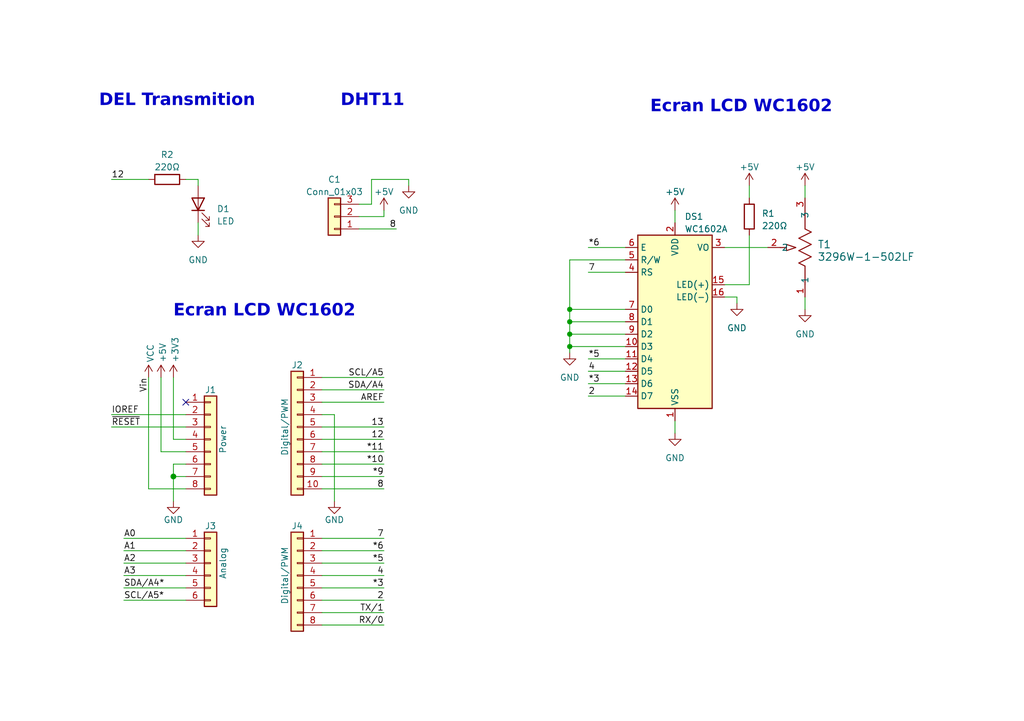
<source format=kicad_sch>
(kicad_sch (version 20230121) (generator eeschema)
  (paper "A5")
  (title_block (title "Shield Arduino UNO Station-Meteo") (date "17-06-2023") (comment 1 "(DEL en option, signale juste le transfert d'information)") (comment 2 "utilise le capteur DHT11 et l'écran LCD WC1602 + Trimmer") (comment 3 "A utiliser sur Arduino UNO/Iduino UNO,"))
  (lib_symbols
    (symbol "+5V_1" (power) (pin_names (offset 0))
      (property "Value" "+5V_1" (at 0 3.556 0))
      (symbol "+5V_1_0_1"
        (polyline (pts (xy -0.762 1.27) (xy 0 2.54)))
        (polyline (pts (xy 0 0) (xy 0 2.54)))
        (polyline (pts (xy 0 2.54) (xy 0.762 1.27)))
      )
      (symbol "+5V_1_1_1"
        (pin power_in line (at 0 0 90) (length 0) hide (name "+5V") (number "1"))
      )
    )
    (symbol "Connector_Generic:Conn_01x03" (pin_names (offset 1.016) hide)
      (property "Reference" "J" (at 0 5.08 0))
      (property "Value" "Conn_01x03" (at 0 -5.08 0))
      (symbol "Conn_01x03_1_1"
        (rectangle (start -1.27 -2.413) (end 0 -2.667) (stroke (width 0.1524)))
        (rectangle (start -1.27 0.127) (end 0 -0.127) (stroke (width 0.1524)))
        (rectangle (start -1.27 2.667) (end 0 2.413) (stroke (width 0.1524)))
        (rectangle (start -1.27 3.81) (end 1.27 -3.81) (stroke (width 0.254)) (fill (type background)))
        (pin passive line (at -5.08 2.54 0) (length 3.81) (name "Pin_1") (number "1"))
        (pin passive line (at -5.08 0 0) (length 3.81) (name "Pin_2") (number "2"))
        (pin passive line (at -5.08 -2.54 0) (length 3.81) (name "Pin_3") (number "3"))
      )
    )
    (symbol "Connector_Generic:Conn_01x06" (pin_names (offset 1.016) hide)
      (property "Reference" "J" (at 0 7.62 0))
      (property "Value" "Conn_01x06" (at 0 -10.16 0))
      (symbol "Conn_01x06_1_1"
        (rectangle (start -1.27 -7.493) (end 0 -7.747) (stroke (width 0.1524)))
        (rectangle (start -1.27 -4.953) (end 0 -5.207) (stroke (width 0.1524)))
        (rectangle (start -1.27 -2.413) (end 0 -2.667) (stroke (width 0.1524)))
        (rectangle (start -1.27 0.127) (end 0 -0.127) (stroke (width 0.1524)))
        (rectangle (start -1.27 2.667) (end 0 2.413) (stroke (width 0.1524)))
        (rectangle (start -1.27 5.207) (end 0 4.953) (stroke (width 0.1524)))
        (rectangle (start -1.27 6.35) (end 1.27 -8.89) (stroke (width 0.254)) (fill (type background)))
        (pin passive line (at -5.08 5.08 0) (length 3.81) (name "Pin_1") (number "1"))
        (pin passive line (at -5.08 2.54 0) (length 3.81) (name "Pin_2") (number "2"))
        (pin passive line (at -5.08 0 0) (length 3.81) (name "Pin_3") (number "3"))
        (pin passive line (at -5.08 -2.54 0) (length 3.81) (name "Pin_4") (number "4"))
        (pin passive line (at -5.08 -5.08 0) (length 3.81) (name "Pin_5") (number "5"))
        (pin passive line (at -5.08 -7.62 0) (length 3.81) (name "Pin_6") (number "6"))
      )
    )
    (symbol "Connector_Generic:Conn_01x08" (pin_names (offset 1.016) hide)
      (property "Reference" "J" (at 0 10.16 0))
      (property "Value" "Conn_01x08" (at 0 -12.7 0))
      (symbol "Conn_01x08_1_1"
        (rectangle (start -1.27 -10.033) (end 0 -10.287) (stroke (width 0.1524)))
        (rectangle (start -1.27 -7.493) (end 0 -7.747) (stroke (width 0.1524)))
        (rectangle (start -1.27 -4.953) (end 0 -5.207) (stroke (width 0.1524)))
        (rectangle (start -1.27 -2.413) (end 0 -2.667) (stroke (width 0.1524)))
        (rectangle (start -1.27 0.127) (end 0 -0.127) (stroke (width 0.1524)))
        (rectangle (start -1.27 2.667) (end 0 2.413) (stroke (width 0.1524)))
        (rectangle (start -1.27 5.207) (end 0 4.953) (stroke (width 0.1524)))
        (rectangle (start -1.27 7.747) (end 0 7.493) (stroke (width 0.1524)))
        (rectangle (start -1.27 8.89) (end 1.27 -11.43) (stroke (width 0.254)) (fill (type background)))
        (pin passive line (at -5.08 7.62 0) (length 3.81) (name "Pin_1") (number "1"))
        (pin passive line (at -5.08 5.08 0) (length 3.81) (name "Pin_2") (number "2"))
        (pin passive line (at -5.08 2.54 0) (length 3.81) (name "Pin_3") (number "3"))
        (pin passive line (at -5.08 0 0) (length 3.81) (name "Pin_4") (number "4"))
        (pin passive line (at -5.08 -2.54 0) (length 3.81) (name "Pin_5") (number "5"))
        (pin passive line (at -5.08 -5.08 0) (length 3.81) (name "Pin_6") (number "6"))
        (pin passive line (at -5.08 -7.62 0) (length 3.81) (name "Pin_7") (number "7"))
        (pin passive line (at -5.08 -10.16 0) (length 3.81) (name "Pin_8") (number "8"))
      )
    )
    (symbol "Connector_Generic:Conn_01x10" (pin_names (offset 1.016) hide)
      (property "Reference" "J" (at 0 12.7 0))
      (property "Value" "Conn_01x10" (at 0 -15.24 0))
      (symbol "Conn_01x10_1_1"
        (rectangle (start -1.27 -12.573) (end 0 -12.827) (stroke (width 0.1524)))
        (rectangle (start -1.27 -10.033) (end 0 -10.287) (stroke (width 0.1524)))
        (rectangle (start -1.27 -7.493) (end 0 -7.747) (stroke (width 0.1524)))
        (rectangle (start -1.27 -4.953) (end 0 -5.207) (stroke (width 0.1524)))
        (rectangle (start -1.27 -2.413) (end 0 -2.667) (stroke (width 0.1524)))
        (rectangle (start -1.27 0.127) (end 0 -0.127) (stroke (width 0.1524)))
        (rectangle (start -1.27 2.667) (end 0 2.413) (stroke (width 0.1524)))
        (rectangle (start -1.27 5.207) (end 0 4.953) (stroke (width 0.1524)))
        (rectangle (start -1.27 7.747) (end 0 7.493) (stroke (width 0.1524)))
        (rectangle (start -1.27 10.287) (end 0 10.033) (stroke (width 0.1524)))
        (rectangle (start -1.27 11.43) (end 1.27 -13.97) (stroke (width 0.254)) (fill (type background)))
        (pin passive line (at -5.08 10.16 0) (length 3.81) (name "Pin_1") (number "1"))
        (pin passive line (at -5.08 -12.7 0) (length 3.81) (name "Pin_10") (number "10"))
        (pin passive line (at -5.08 7.62 0) (length 3.81) (name "Pin_2") (number "2"))
        (pin passive line (at -5.08 5.08 0) (length 3.81) (name "Pin_3") (number "3"))
        (pin passive line (at -5.08 2.54 0) (length 3.81) (name "Pin_4") (number "4"))
        (pin passive line (at -5.08 0 0) (length 3.81) (name "Pin_5") (number "5"))
        (pin passive line (at -5.08 -2.54 0) (length 3.81) (name "Pin_6") (number "6"))
        (pin passive line (at -5.08 -5.08 0) (length 3.81) (name "Pin_7") (number "7"))
        (pin passive line (at -5.08 -7.62 0) (length 3.81) (name "Pin_8") (number "8"))
        (pin passive line (at -5.08 -10.16 0) (length 3.81) (name "Pin_9") (number "9"))
      )
    )
    (symbol "Device:LED" (pin_numbers hide) (pin_names (offset 1.016) hide)
      (property "Reference" "D" (at 0 2.54 0))
      (property "Value" "LED" (at 0 -2.54 0))
      (symbol "LED_0_1"
        (polyline (pts (xy -1.27 -1.27) (xy -1.27 1.27)) (stroke (width 0.254)))
        (polyline (pts (xy -1.27 0) (xy 1.27 0)))
        (polyline (pts (xy 1.27 -1.27) (xy 1.27 1.27) (xy -1.27 0) (xy 1.27 -1.27)) (stroke (width 0.254)))
        (polyline (pts (xy -3.048 -0.762) (xy -4.572 -2.286) (xy -3.81 -2.286) (xy -4.572 -2.286) (xy -4.572 -1.524)))
        (polyline (pts (xy -1.778 -0.762) (xy -3.302 -2.286) (xy -2.54 -2.286) (xy -3.302 -2.286) (xy -3.302 -1.524)))
      )
      (symbol "LED_1_1"
        (pin passive line (at -3.81 0 0) (length 2.54) (name "K") (number "1"))
        (pin passive line (at 3.81 0 180) (length 2.54) (name "A") (number "2"))
      )
    )
    (symbol "Device:R" (pin_numbers hide) (pin_names (offset 0))
      (property "Reference" "R" (at 2.032 0 90))
      (property "Value" "R" (at 0 0 90))
      (symbol "R_0_1"
        (rectangle (start -1.016 -2.54) (end 1.016 2.54) (stroke (width 0.254)))
      )
      (symbol "R_1_1"
        (pin passive line (at 0 3.81 270) (length 1.27) (name "~") (number "1"))
        (pin passive line (at 0 -3.81 90) (length 1.27) (name "~") (number "2"))
      )
    )
    (symbol "Display_Character:WC1602A"
      (property "Reference" "DS" (at -5.842 19.05 0))
      (property "Value" "WC1602A" (at 5.334 19.05 0))
      (symbol "WC1602A_1_1"
        (rectangle (start -7.62 17.78) (end 7.62 -17.78) (stroke (width 0.254)) (fill (type background)))
        (pin power_in line (at 0 -20.32 90) (length 2.54) (name "VSS") (number "1"))
        (pin input line (at -10.16 -5.08 0) (length 2.54) (name "D3") (number "10"))
        (pin input line (at -10.16 -7.62 0) (length 2.54) (name "D4") (number "11"))
        (pin input line (at -10.16 -10.16 0) (length 2.54) (name "D5") (number "12"))
        (pin input line (at -10.16 -12.7 0) (length 2.54) (name "D6") (number "13"))
        (pin input line (at -10.16 -15.24 0) (length 2.54) (name "D7") (number "14"))
        (pin power_in line (at 10.16 7.62 180) (length 2.54) (name "LED(+)") (number "15"))
        (pin power_in line (at 10.16 5.08 180) (length 2.54) (name "LED(-)") (number "16"))
        (pin power_in line (at 0 20.32 270) (length 2.54) (name "VDD") (number "2"))
        (pin input line (at 10.16 15.24 180) (length 2.54) (name "VO") (number "3"))
        (pin input line (at -10.16 10.16 0) (length 2.54) (name "RS") (number "4"))
        (pin input line (at -10.16 12.7 0) (length 2.54) (name "R/W") (number "5"))
        (pin input line (at -10.16 15.24 0) (length 2.54) (name "E") (number "6"))
        (pin input line (at -10.16 2.54 0) (length 2.54) (name "D0") (number "7"))
        (pin input line (at -10.16 0 0) (length 2.54) (name "D1") (number "8"))
        (pin input line (at -10.16 -2.54 0) (length 2.54) (name "D2") (number "9"))
      )
    )
    (symbol "GND_1" (power) (pin_names (offset 0))
      (property "Value" "GND_1" (at 0 -3.81 0))
      (symbol "GND_1_0_1"
        (polyline (pts (xy 0 0) (xy 0 -1.27) (xy 1.27 -1.27) (xy 0 -2.54) (xy -1.27 -1.27) (xy 0 -1.27)))
      )
      (symbol "GND_1_1_1"
        (pin power_in line (at 0 0 270) (length 0) hide (name "GND") (number "1"))
      )
    )
    (symbol "TRIMMER:3296W-1-502LF" (pin_names (offset 0.254))
      (property "Reference" "R" (at 10.795 -3.175 0))
      (property "Value" "3296W-1-502LF" (at 10.795 -6.35 0))
      (symbol "3296W-1-502LF_1_1"
        (polyline (pts (xy 2.54 0) (xy 6.35 0)) (stroke (width 0.2032)))
        (polyline (pts (xy 6.35 0) (xy 6.985 1.27)) (stroke (width 0.2032)))
        (polyline (pts (xy 6.985 1.27) (xy 8.255 -1.27)) (stroke (width 0.2032)))
        (polyline (pts (xy 8.255 -1.27) (xy 9.525 1.27)) (stroke (width 0.2032)))
        (polyline (pts (xy 9.525 1.27) (xy 10.795 -1.27)) (stroke (width 0.2032)))
        (polyline (pts (xy 9.525 3.81) (xy 10.16 1.905)) (stroke (width 0.2032)))
        (polyline (pts (xy 9.525 3.81) (xy 10.795 3.81)) (stroke (width 0.2032)))
        (polyline (pts (xy 10.16 3.81) (xy 10.16 5.08)) (stroke (width 0.2032)))
        (polyline (pts (xy 10.795 -1.27) (xy 12.065 1.27)) (stroke (width 0.2032)))
        (polyline (pts (xy 10.795 3.81) (xy 10.16 1.905)) (stroke (width 0.2032)))
        (polyline (pts (xy 12.065 1.27) (xy 13.335 -1.27)) (stroke (width 0.2032)))
        (polyline (pts (xy 13.335 -1.27) (xy 13.97 0)) (stroke (width 0.2032)))
        (polyline (pts (xy 13.97 0) (xy 17.78 0)) (stroke (width 0.2032)))
        (pin unspecified line (at 0 0 0) (length 2.54) (name "1") (number "1"))
        (pin unspecified line (at 10.16 7.62 270) (length 2.54) (name "2") (number "2"))
        (pin unspecified line (at 20.32 0 180) (length 2.54) (name "3") (number "3"))
      )
      (symbol "3296W-1-502LF_1_2"
        (polyline (pts (xy -3.81 -10.795) (xy -3.81 -9.525)) (stroke (width 0.2032)))
        (polyline (pts (xy -3.81 -10.795) (xy -1.905 -10.16)) (stroke (width 0.2032)))
        (polyline (pts (xy -3.81 -10.16) (xy -5.08 -10.16)) (stroke (width 0.2032)))
        (polyline (pts (xy -3.81 -9.525) (xy -1.905 -10.16)) (stroke (width 0.2032)))
        (polyline (pts (xy -1.27 -13.335) (xy 1.27 -12.065)) (stroke (width 0.2032)))
        (polyline (pts (xy -1.27 -10.795) (xy 1.27 -9.525)) (stroke (width 0.2032)))
        (polyline (pts (xy -1.27 -8.255) (xy 1.27 -6.985)) (stroke (width 0.2032)))
        (polyline (pts (xy 0 -17.78) (xy 0 -13.97)) (stroke (width 0.2032)))
        (polyline (pts (xy 0 -13.97) (xy -1.27 -13.335)) (stroke (width 0.2032)))
        (polyline (pts (xy 0 -6.35) (xy 0 -2.54)) (stroke (width 0.2032)))
        (polyline (pts (xy 1.27 -12.065) (xy -1.27 -10.795)) (stroke (width 0.2032)))
        (polyline (pts (xy 1.27 -9.525) (xy -1.27 -8.255)) (stroke (width 0.2032)))
        (polyline (pts (xy 1.27 -6.985) (xy 0 -6.35)) (stroke (width 0.2032)))
        (pin unspecified line (at 0 0 270) (length 2.54) (name "1") (number "1"))
        (pin unspecified line (at -7.62 -10.16 0) (length 2.54) (name "2") (number "2"))
        (pin unspecified line (at 0 -20.32 90) (length 2.54) (name "3") (number "3"))
      )
    )
    (symbol "power:+3V3" (power) (pin_names (offset 0))
      (property "Value" "+3V3" (at 0 3.556 0))
      (symbol "+3V3_0_1"
        (polyline (pts (xy -0.762 1.27) (xy 0 2.54)))
        (polyline (pts (xy 0 0) (xy 0 2.54)))
        (polyline (pts (xy 0 2.54) (xy 0.762 1.27)))
      )
      (symbol "+3V3_1_1"
        (pin power_in line (at 0 0 90) (length 0) hide (name "+3V3") (number "1"))
      )
    )
    (symbol "power:+5V" (power) (pin_names (offset 0))
      (property "Value" "+5V" (at 0 3.556 0))
      (symbol "+5V_0_1"
        (polyline (pts (xy -0.762 1.27) (xy 0 2.54)))
        (polyline (pts (xy 0 0) (xy 0 2.54)))
        (polyline (pts (xy 0 2.54) (xy 0.762 1.27)))
      )
      (symbol "+5V_1_1"
        (pin power_in line (at 0 0 90) (length 0) hide (name "+5V") (number "1"))
      )
    )
    (symbol "power:GND" (power) (pin_names (offset 0))
      (property "Value" "GND" (at 0 -3.81 0))
      (symbol "GND_0_1"
        (polyline (pts (xy 0 0) (xy 0 -1.27) (xy 1.27 -1.27) (xy 0 -2.54) (xy -1.27 -1.27) (xy 0 -1.27)))
      )
      (symbol "GND_1_1"
        (pin power_in line (at 0 0 270) (length 0) hide (name "GND") (number "1"))
      )
    )
    (symbol "power:VCC" (power) (pin_names (offset 0))
      (property "Value" "VCC" (at 0 3.81 0))
      (symbol "VCC_0_1"
        (polyline (pts (xy -0.762 1.27) (xy 0 2.54)))
        (polyline (pts (xy 0 0) (xy 0 2.54)))
        (polyline (pts (xy 0 2.54) (xy 0.762 1.27)))
      )
      (symbol "VCC_1_1"
        (pin power_in line (at 0 0 90) (length 0) hide (name "VCC") (number "1"))
      )
    )
  )
  (junction (at 116.84 68.58))
  (junction (at 35.56 97.79) (diameter 1.016))
  (junction (at 116.84 66.04))
  (junction (at 116.84 71.12))
  (junction (at 116.84 63.5))
  (no_connect (at 38.1 82.55))
  (wire (pts (xy 66.04 128.27) (xy 78.74 128.27)))
  (wire (pts (xy 153.67 38.1) (xy 153.67 40.64)))
  (wire (pts (xy 66.04 95.25) (xy 78.74 95.25)))
  (wire (pts (xy 66.04 77.47) (xy 78.74 77.47)))
  (wire (pts (xy 73.66 46.99) (xy 81.28 46.99)))
  (wire (pts (xy 35.56 95.25) (xy 35.56 97.79)))
  (wire (pts (xy 78.74 43.18) (xy 78.74 44.45)))
  (wire (pts (xy 120.65 76.2) (xy 128.27 76.2)))
  (wire (pts (xy 138.43 86.36) (xy 138.43 88.9)))
  (wire (pts (xy 25.4 123.19) (xy 38.1 123.19)))
  (wire (pts (xy 148.59 58.42) (xy 153.67 58.42)))
  (wire (pts (xy 120.65 50.8) (xy 128.27 50.8)))
  (wire (pts (xy 116.84 71.12) (xy 116.84 72.39)))
  (wire (pts (xy 40.64 36.83) (xy 40.64 38.1)))
  (wire (pts (xy 35.56 97.79) (xy 35.56 102.87)))
  (wire (pts (xy 120.65 73.66) (xy 128.27 73.66)))
  (wire (pts (xy 35.56 90.17) (xy 38.1 90.17)))
  (wire (pts (xy 33.02 92.71) (xy 38.1 92.71)))
  (wire (pts (xy 33.02 77.47) (xy 33.02 92.71)))
  (wire (pts (xy 120.65 78.74) (xy 128.27 78.74)))
  (wire (pts (xy 66.04 87.63) (xy 78.74 87.63)))
  (wire (pts (xy 35.56 77.47) (xy 35.56 90.17)))
  (wire (pts (xy 128.27 66.04) (xy 116.84 66.04)))
  (wire (pts (xy 66.04 110.49) (xy 78.74 110.49)))
  (wire (pts (xy 38.1 110.49) (xy 25.4 110.49)))
  (wire (pts (xy 66.04 90.17) (xy 78.74 90.17)))
  (wire (pts (xy 116.84 53.34) (xy 116.84 63.5)))
  (wire (pts (xy 66.04 113.03) (xy 78.74 113.03)))
  (wire (pts (xy 148.59 50.8) (xy 157.48 50.8)))
  (wire (pts (xy 128.27 71.12) (xy 116.84 71.12)))
  (wire (pts (xy 128.27 68.58) (xy 116.84 68.58)))
  (wire (pts (xy 66.04 97.79) (xy 78.74 97.79)))
  (wire (pts (xy 66.04 118.11) (xy 78.74 118.11)))
  (wire (pts (xy 128.27 63.5) (xy 116.84 63.5)))
  (wire (pts (xy 138.43 43.18) (xy 138.43 45.72)))
  (wire (pts (xy 22.86 85.09) (xy 38.1 85.09)))
  (wire (pts (xy 151.13 60.96) (xy 151.13 62.23)))
  (wire (pts (xy 165.1 38.1) (xy 165.1 40.64)))
  (wire (pts (xy 68.58 85.09) (xy 68.58 102.87)))
  (wire (pts (xy 66.04 82.55) (xy 78.74 82.55)))
  (wire (pts (xy 120.65 81.28) (xy 128.27 81.28)))
  (wire (pts (xy 38.1 115.57) (xy 25.4 115.57)))
  (wire (pts (xy 22.86 87.63) (xy 38.1 87.63)))
  (wire (pts (xy 38.1 97.79) (xy 35.56 97.79)))
  (wire (pts (xy 76.2 41.91) (xy 76.2 36.83)))
  (wire (pts (xy 165.1 60.96) (xy 165.1 63.5)))
  (wire (pts (xy 76.2 36.83) (xy 83.82 36.83)))
  (wire (pts (xy 73.66 44.45) (xy 78.74 44.45)))
  (wire (pts (xy 38.1 100.33) (xy 30.48 100.33)))
  (wire (pts (xy 25.4 113.03) (xy 38.1 113.03)))
  (wire (pts (xy 120.65 55.88) (xy 128.27 55.88)))
  (wire (pts (xy 83.82 36.83) (xy 83.82 38.1)))
  (wire (pts (xy 40.64 45.72) (xy 40.64 48.26)))
  (wire (pts (xy 148.59 60.96) (xy 151.13 60.96)))
  (wire (pts (xy 66.04 85.09) (xy 68.58 85.09)))
  (wire (pts (xy 38.1 36.83) (xy 40.64 36.83)))
  (wire (pts (xy 22.86 36.83) (xy 30.48 36.83)))
  (wire (pts (xy 38.1 95.25) (xy 35.56 95.25)))
  (wire (pts (xy 66.04 92.71) (xy 78.74 92.71)))
  (wire (pts (xy 116.84 63.5) (xy 116.84 66.04)))
  (wire (pts (xy 66.04 115.57) (xy 78.74 115.57)))
  (wire (pts (xy 116.84 68.58) (xy 116.84 71.12)))
  (wire (pts (xy 25.4 118.11) (xy 38.1 118.11)))
  (wire (pts (xy 128.27 53.34) (xy 116.84 53.34)))
  (wire (pts (xy 66.04 80.01) (xy 78.74 80.01)))
  (wire (pts (xy 66.04 123.19) (xy 78.74 123.19)))
  (wire (pts (xy 66.04 120.65) (xy 78.74 120.65)))
  (wire (pts (xy 116.84 66.04) (xy 116.84 68.58)))
  (wire (pts (xy 153.67 58.42) (xy 153.67 48.26)))
  (wire (pts (xy 66.04 125.73) (xy 78.74 125.73)))
  (wire (pts (xy 30.48 100.33) (xy 30.48 77.47)))
  (wire (pts (xy 73.66 41.91) (xy 76.2 41.91)))
  (wire (pts (xy 38.1 120.65) (xy 25.4 120.65)))
  (wire (pts (xy 66.04 100.33) (xy 78.74 100.33)))
  (text "DEL Transmition" (at 20.32 22.86 0) (effects (font (size 2.5 2.5) (thickness 0.3) bold) (justify left bottom)))
  (text "Ecran LCD WC1602" (at 133.35 24.13 0) (effects (font (size 2.5 2.5) (thickness 0.3) bold) (justify left bottom)))
  (text "DHT11" (at 69.85 22.86 0) (effects (font (size 2.5 2.5) (thickness 0.3) bold) (justify left bottom)))
  (text "Ecran LCD WC1602" (at 35.56 66.04 0) (effects (font (size 2.5 2.5) (thickness 0.3) bold) (justify left bottom)))
  (label "RX{slash}0" (at 78.74 128.27 180))
  (label "A2" (at 25.4 115.57 0))
  (label "4" (at 78.74 118.11 180))
  (label "2" (at 78.74 123.19 180))
  (label "2" (at 120.65 81.28 0))
  (label "A3" (at 25.4 118.11 0))
  (label "7" (at 120.65 55.88 0))
  (label "13" (at 78.74 87.63 180))
  (label "12" (at 78.74 90.17 180))
  (label "~{RESET}" (at 22.86 87.63 0))
  (label "*10" (at 78.74 95.25 180))
  (label "8" (at 81.28 46.99 180))
  (label "7" (at 78.74 110.49 180))
  (label "SDA{slash}A4" (at 78.74 80.01 180))
  (label "8" (at 78.74 100.33 180))
  (label "*11" (at 78.74 92.71 180))
  (label "*3" (at 78.74 120.65 180))
  (label "A1" (at 25.4 113.03 0))
  (label "TX{slash}1" (at 78.74 125.73 180))
  (label "A0" (at 25.4 110.49 0))
  (label "AREF" (at 78.74 82.55 180))
  (label "12" (at 22.86 36.83 0))
  (label "Vin" (at 30.48 77.47 270))
  (label "*6" (at 78.74 113.03 180))
  (label "SCL{slash}A5" (at 78.74 77.47 180))
  (label "*9" (at 78.74 97.79 180))
  (label "4" (at 120.65 76.2 0))
  (label "*6" (at 120.65 50.8 0))
  (label "*5" (at 78.74 115.57 180))
  (label "IOREF" (at 22.86 85.09 0))
  (label "SDA{slash}A4*" (at 25.4 120.65 0))
  (label "SCL{slash}A5*" (at 25.4 123.19 0))
  (label "*5" (at 120.65 73.66 0))
  (label "*3" (at 120.65 78.74 0))
  (symbol (lib_id "Connector_Generic:Conn_01x08") (at 43.18 90.17 0) (unit 1)
    (property "Reference" "J1" (at 43.18 80.01 0))
    (property "Value" "Power" (at 45.72 90.17 90))
    (property "Footprint" "Connector_PinSocket_2.54mm:PinSocket_1x08_P2.54mm_Vertical" (effects hide))
  )
  (symbol (lib_id "power:+3V3") (at 35.56 77.47 0) (unit 1)
    (property "Reference" "#PWR03" (effects hide))
    (property "Value" "+3.3V" (at 35.941 74.422 90) (effects (justify left)))
  )
  (symbol (lib_id "power:+5V") (at 33.02 77.47 0) (unit 1)
    (property "Reference" "#PWR02" (effects hide))
    (property "Value" "+5V" (at 33.3756 74.422 90) (effects (justify left)))
  )
  (symbol (lib_id "power:GND") (at 35.56 102.87 0) (unit 1)
    (property "Reference" "#PWR04" (effects hide))
    (property "Value" "GND" (at 35.56 106.68 0))
  )
  (symbol (lib_id "Connector_Generic:Conn_01x10") (at 60.96 87.63 0) (mirror y) (unit 1)
    (property "Reference" "J2" (at 60.96 74.93 0))
    (property "Value" "Digital/PWM" (at 58.42 87.63 90))
    (property "Footprint" "Connector_PinSocket_2.54mm:PinSocket_1x10_P2.54mm_Vertical" (effects hide))
  )
  (symbol (lib_id "power:GND") (at 68.58 102.87 0) (unit 1)
    (property "Reference" "#PWR05" (effects hide))
    (property "Value" "GND" (at 68.58 106.68 0))
  )
  (symbol (lib_id "Connector_Generic:Conn_01x06") (at 43.18 115.57 0) (unit 1)
    (property "Reference" "J3" (at 43.18 107.95 0))
    (property "Value" "Analog" (at 45.72 115.57 90))
    (property "Footprint" "Connector_PinSocket_2.54mm:PinSocket_1x06_P2.54mm_Vertical" (effects hide))
  )
  (symbol (lib_id "Connector_Generic:Conn_01x08") (at 60.96 118.11 0) (mirror y) (unit 1)
    (property "Reference" "J4" (at 60.96 107.95 0))
    (property "Value" "Digital/PWM" (at 58.42 118.11 90))
    (property "Footprint" "Connector_PinSocket_2.54mm:PinSocket_1x08_P2.54mm_Vertical" (effects hide))
  )
  (symbol (lib_name "+5V_1") (lib_id "power:+5V") (at 153.67 38.1 0) (unit 1)
    (property "Reference" "#PWR07" (effects hide))
    (property "Value" "+5V" (at 153.67 34.29 0))
  )
  (symbol (lib_name "GND_1") (lib_id "power:GND") (at 151.13 62.23 0) (unit 1)
    (property "Reference" "#PWR06" (effects hide))
    (property "Value" "GND" (at 151.13 67.31 0))
  )
  (symbol (lib_name "GND_1") (lib_id "power:GND") (at 83.82 38.1 0) (unit 1)
    (property "Reference" "#PWR017" (effects hide))
    (property "Value" "GND" (at 83.82 43.18 0))
  )
  (symbol (lib_name "GND_1") (lib_id "power:GND") (at 165.1 63.5 0) (unit 1)
    (property "Reference" "#PWR018" (effects hide))
    (property "Value" "GND" (at 165.1 68.58 0))
  )
  (symbol (lib_id "Connector_Generic:Conn_01x03") (at 68.58 44.45 180) (unit 1)
    (property "Reference" "C1" (at 68.58 36.83 0))
    (property "Value" "Conn_01x03" (at 68.58 39.37 0))
    (property "Footprint" "Connector_JST:JST_EH_B3B-EH-A_1x03_P2.50mm_Vertical" (effects hide))
  )
  (symbol (lib_id "Device:LED") (at 40.64 41.91 90) (unit 1)
    (property "Reference" "D1" (at 44.45 42.8625 90) (effects (justify right)))
    (property "Value" "LED" (at 44.45 45.4025 90) (effects (justify right)))
    (property "Footprint" "LED_THT:LED_D3.0mm" (effects hide))
  )
  (symbol (lib_name "+5V_1") (lib_id "power:+5V") (at 138.43 43.18 0) (unit 1)
    (property "Reference" "#PWR014" (effects hide))
    (property "Value" "+5V" (at 138.43 39.37 0))
  )
  (symbol (lib_id "power:VCC") (at 30.48 77.47 0) (unit 1)
    (property "Reference" "#PWR01" (effects hide))
    (property "Value" "VCC" (at 30.861 74.422 90) (effects (justify left)))
  )
  (symbol (lib_name "GND_1") (lib_id "power:GND") (at 116.84 72.39 0) (unit 1)
    (property "Reference" "#PWR09" (effects hide))
    (property "Value" "GND" (at 116.84 77.47 0))
  )
  (symbol (lib_name "GND_1") (lib_id "power:GND") (at 138.43 88.9 0) (unit 1)
    (property "Reference" "#PWR012" (effects hide))
    (property "Value" "GND" (at 138.43 93.98 0))
  )
  (symbol (lib_name "GND_1") (lib_id "power:GND") (at 40.64 48.26 0) (unit 1)
    (property "Reference" "#PWR08" (effects hide))
    (property "Value" "GND" (at 40.64 53.34 0))
  )
  (symbol (lib_name "+5V_1") (lib_id "power:+5V") (at 78.74 43.18 0) (unit 1)
    (property "Reference" "#PWR015" (effects hide))
    (property "Value" "+5V" (at 78.74 39.37 0))
  )
  (symbol (lib_id "Display_Character:WC1602A") (at 138.43 66.04 0) (unit 1)
    (property "Reference" "DS1" (at 140.3859 44.45 0) (effects (justify left)))
    (property "Value" "WC1602A" (at 140.3859 46.99 0) (effects (justify left)))
    (property "Footprint" "Display:WC1602A" (effects hide))
    (property "Datasheet" "http://www.wincomlcd.com/pdf/WC1602A-SFYLYHTC06.pdf" (effects hide))
  )
  (symbol (lib_id "Device:R") (at 153.67 44.45 0) (unit 1)
    (property "Reference" "R1" (at 156.21 43.815 0) (effects (justify left)))
    (property "Value" "220Ω" (at 156.21 46.355 0) (effects (justify left)))
    (property "Footprint" "Resistor_THT:R_Axial_DIN0207_L6.3mm_D2.5mm_P15.24mm_Horizontal" (effects hide))
  )
  (symbol (lib_name "+5V_1") (lib_id "power:+5V") (at 165.1 38.1 0) (unit 1)
    (property "Reference" "#PWR016" (effects hide))
    (property "Value" "+5V" (at 165.1 34.29 0))
  )
  (symbol (lib_id "TRIMMER:3296W-1-502LF") (at 165.1 60.96 90) (unit 1)
    (property "Reference" "T1" (at 167.64 50.165 90) (effects (font (size 1.524 1.524)) (justify right)))
    (property "Value" "3296W-1-502LF" (at 167.64 52.705 90) (effects (font (size 1.524 1.524)) (justify right)))
    (property "Footprint" "TRIMMER:POT_3296W" (effects hide))
    (property "Datasheet" "3296W-1-502LF" (effects hide))
  )
  (symbol (lib_id "Device:R") (at 34.29 36.83 90) (unit 1)
    (property "Reference" "R2" (at 34.29 31.75 90))
    (property "Value" "220Ω" (at 34.29 34.29 90))
    (property "Footprint" "Resistor_THT:R_Axial_DIN0207_L6.3mm_D2.5mm_P15.24mm_Horizontal" (effects hide))
  )
)
</source>
